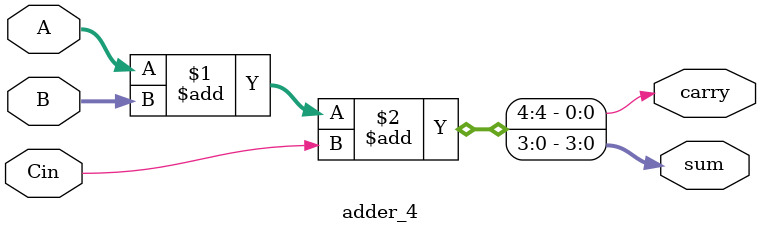
<source format=sv>
module adder_4 (
	input logic [3:0] A, B,
	input logic Cin, // I added carry in
	output logic [3:0] sum,
	output logic carry
);
	assign {carry, sum} = A+B+Cin;
endmodule

</source>
